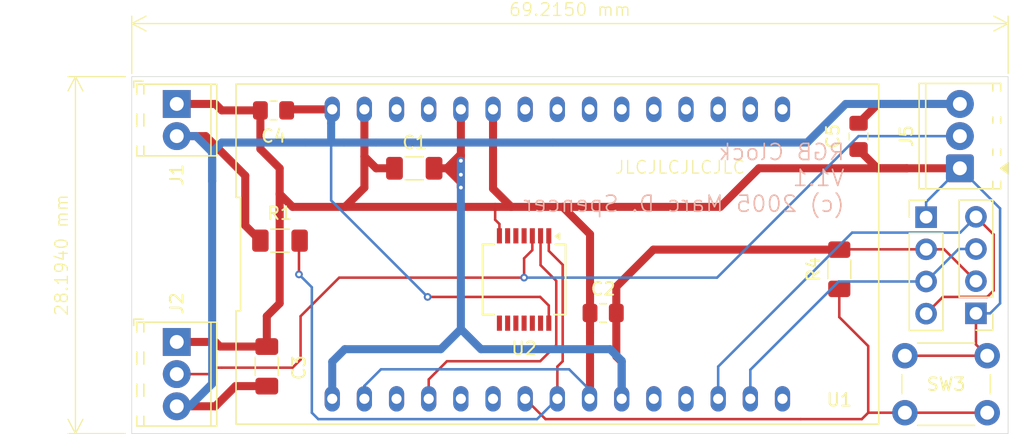
<source format=kicad_pcb>
(kicad_pcb (version 20241229) (generator "pcbnew") (generator_version "9.0")
  (layers (0 "F.Cu" signal) (2 "B.Cu" signal) (13 "F.Paste" user) (15 "B.Paste" user) (5 "F.SilkS" user "F.Silkscreen") (7 "B.SilkS" user "B.Silkscreen") (1 "F.Mask" user) (3 "B.Mask" user) (25 "Edge.Cuts" user))
  (net 0 "")
  (net 1 "GND")
  (net 2 "VCC")
  (net 3 "Net-(J2-Pin_2)")
  (net 4 "Net-(A1-D5)")
  (net 5 "+3V3")
  (net 6 "/~{CFG}")
  (net 7 "Net-(A1-RX)")
  (net 19 "Net-(A1-D2)")
  (net 22 "Net-(A1-D1)")
  (footprint "Capacitor_SMD:C_0805_2012Metric_Pad1.18x1.45mm_HandSolder" (layer "F.Cu") (at 115.824 60.9815 -90)
    (property "Reference" "C5" (at 0 2.032 90) (layer "F.SilkS"))
    (property "Value" "X7R 100nF 25V")
    (fp_line (start -0.261252 0.735) (end 0.261252 0.735) (stroke (width 0.12)) (layer "F.SilkS"))
    (fp_line (start -0.261252 -0.735) (end 0.261252 -0.735) (stroke (width 0.12)) (layer "F.SilkS"))
    (pad "1" smd roundrect (at -1.0375 0 270) (size 1.175 1.45) (layers "F.Cu" "F.Mask" "F.Paste") (roundrect_rratio 0.212766) (net 2 "VCC"))
    (pad "2" smd roundrect (at 1.0375 0 270) (size 1.175 1.45) (layers "F.Cu" "F.Mask" "F.Paste") (roundrect_rratio 0.212766) (net 1 "GND"))
  )
  (footprint "Capacitor_SMD:C_1206_3216Metric_Pad1.33x1.80mm_HandSolder" (layer "F.Cu") (at 69.088 79.1425 90)
    (property "Reference" "C3" (at -0.1055 2.54 90) (layer "F.SilkS"))
    (property "Value" "X7R 1.0uF 25V")
    (fp_line (start -0.711252 -0.91) (end 0.711252 -0.91) (stroke (width 0.12)) (layer "F.SilkS"))
    (fp_line (start -0.711252 0.91) (end 0.711252 0.91) (stroke (width 0.12)) (layer "F.SilkS"))
    (pad "1" smd roundrect (at -1.5625 0 90) (size 1.325 1.8) (layers "F.Cu" "F.Mask" "F.Paste") (roundrect_rratio 0.188679) (net 2 "VCC"))
    (pad "2" smd roundrect (at 1.5625 0 90) (size 1.325 1.8) (layers "F.Cu" "F.Mask" "F.Paste") (roundrect_rratio 0.188679) (net 1 "GND"))
  )
  (footprint "Capacitor_SMD:C_1206_3216Metric_Pad1.33x1.80mm_HandSolder" (layer "F.Cu") (at 80.7335 63.5 180)
    (property "Reference" "C1" (at -0.0385 2.032 180) (layer "F.SilkS"))
    (property "Value" "X7R 1.0uF 25V")
    (fp_line (start -0.711252 0.91) (end 0.711252 0.91) (stroke (width 0.12)) (layer "F.SilkS"))
    (fp_line (start -0.711252 -0.91) (end 0.711252 -0.91) (stroke (width 0.12)) (layer "F.SilkS"))
    (pad "1" smd roundrect (at -1.5625 0 180) (size 1.325 1.8) (layers "F.Cu" "F.Mask" "F.Paste") (roundrect_rratio 0.188679) (net 5 "+3V3"))
    (pad "2" smd roundrect (at 1.5625 0 180) (size 1.325 1.8) (layers "F.Cu" "F.Mask" "F.Paste") (roundrect_rratio 0.188679) (net 1 "GND"))
  )
  (footprint "TerminalBlock_Phoenix:TerminalBlock_Phoenix_MPT-0,5-2-2.54_1x02_P2.54mm_Horizontal" (layer "F.Cu") (at 61.976 58.42 -90)
    (property "Reference" "J1" (at 5.588 0 90) (layer "F.SilkS"))
    (property "Value" "Power")
    (fp_line (start -1.8 3.4) (end -1.3 3.4) (stroke (width 0.12)) (layer "F.SilkS"))
    (fp_line (start -1.56 3.16) (end -0.79 3.16) (stroke (width 0.12)) (layer "F.SilkS"))
    (fp_line (start 0.79 3.16) (end 1.75 3.16) (stroke (width 0.12)) (layer "F.SilkS"))
    (fp_line (start 3.33 3.16) (end 4.1 3.16) (stroke (width 0.12)) (layer "F.SilkS"))
    (fp_line (start -1.8 2.66) (end -1.8 3.4) (stroke (width 0.12)) (layer "F.SilkS"))
    (fp_line (start -1.56 2.6) (end -0.79 2.6) (stroke (width 0.12)) (layer "F.SilkS"))
    (fp_line (start 0.79 2.6) (end 1.75 2.6) (stroke (width 0.12)) (layer "F.SilkS"))
    (fp_line (start 3.33 2.6) (end 4.1 2.6) (stroke (width 0.12)) (layer "F.SilkS"))
    (fp_line (start -1.56 -2.7) (end 4.1 -2.7) (stroke (width 0.12)) (layer "F.SilkS"))
    (fp_line (start -1.56 -3.16) (end -1.56 3.16) (stroke (width 0.12)) (layer "F.SilkS"))
    (fp_line (start -1.56 -3.16) (end 4.1 -3.16) (stroke (width 0.12)) (layer "F.SilkS"))
    (fp_line (start 4.1 -3.16) (end 4.1 3.16) (stroke (width 0.12)) (layer "F.SilkS"))
    (pad "" np_thru_hole circle (at 0 2.54 270) (size 1.1 1.1) (drill 1.1) (layers "*.Cu" "*.Mask"))
    (pad "" np_thru_hole circle (at 2.54 2.54 270) (size 1.1 1.1) (drill 1.1) (layers "*.Cu" "*.Mask"))
    (pad "1" thru_hole rect (at 0 0 270) (size 2.2 2.2) (drill 1.1) (layers "*.Cu" "*.Mask") (net 1 "GND"))
    (pad "2" thru_hole circle (at 2.54 0 270) (size 2.2 2.2) (drill 1.1) (layers "*.Cu" "*.Mask") (net 2 "VCC"))
  )
  (footprint "Resistor_SMD:R_1206_3216Metric_Pad1.30x1.75mm_HandSolder" (layer "F.Cu") (at 70.13 69.215)
    (property "Reference" "R1" (at -0.026 -2.159 180) (layer "F.SilkS"))
    (property "Value" "10K")
    (fp_line (start -0.727064 -0.91) (end 0.727064 -0.91) (stroke (width 0.12)) (layer "F.SilkS"))
    (fp_line (start -0.727064 0.91) (end 0.727064 0.91) (stroke (width 0.12)) (layer "F.SilkS"))
    (pad "1" smd roundrect (at -1.55 0) (size 1.3 1.75) (layers "F.Cu" "F.Mask" "F.Paste") (roundrect_rratio 0.192308) (net 2 "VCC"))
    (pad "2" smd roundrect (at 1.55 0) (size 1.3 1.75) (layers "F.Cu" "F.Mask" "F.Paste") (roundrect_rratio 0.192308) (net 4 "Net-(A1-D5)"))
  )
  (footprint "Connector_PinHeader_2.54mm:PinHeader_1x04_P2.54mm_Vertical" (layer "F.Cu") (at 125.095 74.9554 180)
    (property "Reference" "J3" (hide yes))
    (property "Value" "Disp")
    (fp_line (start 1.33 1.27) (end 1.33 8.95) (stroke (width 0.12)) (layer "F.SilkS"))
    (fp_line (start -1.33 8.95) (end 1.33 8.95) (stroke (width 0.12)) (layer "F.SilkS"))
    (fp_line (start -1.33 1.27) (end 1.33 1.27) (stroke (width 0.12)) (layer "F.SilkS"))
    (fp_line (start -1.33 1.27) (end -1.33 8.95) (stroke (width 0.12)) (layer "F.SilkS"))
    (fp_line (start -1.33 0) (end -1.33 -1.33) (stroke (width 0.12)) (layer "F.SilkS"))
    (fp_line (start -1.33 -1.33) (end 0 -1.33) (stroke (width 0.12)) (layer "F.SilkS"))
    (pad "1" thru_hole rect (at 0 0 180) (size 1.7 1.7) (drill 1) (layers "*.Cu" "*.Mask") (net 1 "GND"))
    (pad "2" thru_hole oval (at 0 2.54 180) (size 1.7 1.7) (drill 1) (layers "*.Cu" "*.Mask") (net 5 "+3V3"))
    (pad "3" thru_hole oval (at 0 5.08 180) (size 1.7 1.7) (drill 1) (layers "*.Cu" "*.Mask") (net 22 "Net-(A1-D1)"))
    (pad "4" thru_hole oval (at 0 7.62 180) (size 1.7 1.7) (drill 1) (layers "*.Cu" "*.Mask") (net 19 "Net-(A1-D2)"))
  )
  (footprint "Package_SO:SSOP-14_5.3x6.2mm_P0.65mm" (layer "F.Cu") (at 89.408 72.284 -90)
    (property "Reference" "U2" (at 5.44 0 180) (layer "F.SilkS"))
    (property "Value" "SN74AHCT125DBR")
    (fp_line (start -2.775 3.275) (end 2.775 3.275) (stroke (width 0.15)) (layer "F.SilkS"))
    (fp_line (start -2.775 3.275) (end -2.775 2.375) (stroke (width 0.15)) (layer "F.SilkS"))
    (fp_line (start 2.775 3.275) (end 2.775 2.375) (stroke (width 0.15)) (layer "F.SilkS"))
    (fp_line (start -2.775 -3.275) (end -2.775 -2.475) (stroke (width 0.15)) (layer "F.SilkS"))
    (fp_line (start -2.775 -3.275) (end 2.775 -3.275) (stroke (width 0.15)) (layer "F.SilkS"))
    (fp_line (start 2.775 -3.275) (end 2.775 -2.375) (stroke (width 0.15)) (layer "F.SilkS"))
    (fp_poly (pts (xy -3.4125 -2.475) (xy -3.6525 -2.805) (xy -3.1725 -2.805) (xy -3.4125 -2.475)) (stroke (width 0.12)) (fill yes) (layer "F.SilkS"))
    (pad "1" smd rect (at -3.45 -1.95 270) (size 1.2 0.4) (layers "F.Cu" "F.Mask" "F.Paste") (net 4 "Net-(A1-D5)"))
    (pad "2" smd rect (at -3.45 -1.3 270) (size 1.2 0.4) (layers "F.Cu" "F.Mask" "F.Paste") (net 7 "Net-(A1-RX)"))
    (pad "3" smd rect (at -3.45 -0.65 270) (size 1.2 0.4) (layers "F.Cu" "F.Mask" "F.Paste") (net 3 "Net-(J2-Pin_2)"))
    (pad "4" smd rect (at -3.45 0 270) (size 1.2 0.4) (layers "F.Cu" "F.Mask" "F.Paste"))
    (pad "5" smd rect (at -3.45 0.65 270) (size 1.2 0.4) (layers "F.Cu" "F.Mask" "F.Paste"))
    (pad "6" smd rect (at -3.45 1.3 270) (size 1.2 0.4) (layers "F.Cu" "F.Mask" "F.Paste"))
    (pad "7" smd rect (at -3.45 1.95 270) (size 1.2 0.4) (layers "F.Cu" "F.Mask" "F.Paste") (net 1 "GND"))
    (pad "8" smd rect (at 3.45 1.95 270) (size 1.2 0.4) (layers "F.Cu" "F.Mask" "F.Paste"))
    (pad "9" smd rect (at 3.45 1.3 270) (size 1.2 0.4) (layers "F.Cu" "F.Mask" "F.Paste"))
    (pad "10" smd rect (at 3.45 0.65 270) (size 1.2 0.4) (layers "F.Cu" "F.Mask" "F.Paste"))
    (pad "11" smd rect (at 3.45 0 270) (size 1.2 0.4) (layers "F.Cu" "F.Mask" "F.Paste"))
    (pad "12" smd rect (at 3.45 -0.65 270) (size 1.2 0.4) (layers "F.Cu" "F.Mask" "F.Paste"))
    (pad "13" smd rect (at 3.45 -1.3 270) (size 1.2 0.4) (layers "F.Cu" "F.Mask" "F.Paste"))
    (pad "14" smd rect (at 3.45 -1.95 270) (size 1.2 0.4) (layers "F.Cu" "F.Mask" "F.Paste") (net 2 "VCC"))
  )
  (footprint "TerminalBlock_Phoenix:TerminalBlock_Phoenix_MPT-0,5-3-2.54_1x03_P2.54mm_Horizontal" (layer "F.Cu") (at 123.825 63.5 90)
    (property "Reference" "J5" (at 2.54 -4.22 90) (layer "F.SilkS"))
    (property "Value" "LEDs")
    (fp_line (start 6.7 -3.22) (end 6.7 3.22) (stroke (width 0.12)) (layer "F.SilkS"))
    (fp_line (start -1.62 -3.22) (end 6.7 -3.22) (stroke (width 0.12)) (layer "F.SilkS"))
    (fp_line (start -1.62 -3.22) (end -1.62 3.22) (stroke (width 0.12)) (layer "F.SilkS"))
    (fp_line (start -1.62 -2.7) (end 6.7 -2.7) (stroke (width 0.12)) (layer "F.SilkS"))
    (fp_line (start 6.11 2.6) (end 6.7 2.6) (stroke (width 0.12)) (layer "F.SilkS"))
    (fp_line (start 3.57 2.6) (end 4.05 2.6) (stroke (width 0.12)) (layer "F.SilkS"))
    (fp_line (start 1.03 2.6) (end 1.51 2.6) (stroke (width 0.12)) (layer "F.SilkS"))
    (fp_line (start -1.62 2.6) (end -1.03 2.6) (stroke (width 0.12)) (layer "F.SilkS"))
    (fp_line (start 6.11 3.22) (end 6.7 3.22) (stroke (width 0.12)) (layer "F.SilkS"))
    (fp_line (start 3.57 3.22) (end 4.05 3.22) (stroke (width 0.12)) (layer "F.SilkS"))
    (fp_line (start 1.03 3.22) (end 1.51 3.22) (stroke (width 0.12)) (layer "F.SilkS"))
    (fp_line (start -1.62 3.22) (end -1.03 3.22) (stroke (width 0.12)) (layer "F.SilkS"))
    (fp_poly (pts (xy 0 3.22) (xy 0.44 3.83) (xy -0.44 3.83) (xy 0 3.22)) (stroke (width 0.12)) (fill yes) (layer "F.SilkS"))
    (pad "" np_thru_hole circle (at 0 2.54 90) (size 1.1 1.1) (drill 1.1) (layers "*.Cu" "*.Mask"))
    (pad "" np_thru_hole circle (at 2.54 2.54 90) (size 1.1 1.1) (drill 1.1) (layers "*.Cu" "*.Mask"))
    (pad "" np_thru_hole circle (at 5.08 2.54 90) (size 1.1 1.1) (drill 1.1) (layers "*.Cu" "*.Mask"))
    (pad "1" thru_hole roundrect (at 0 0 90) (size 2.2 2.2) (drill 1.1) (layers "*.Cu" "*.Mask") (roundrect_rratio 0.113636) (net 1 "GND"))
    (pad "2" thru_hole circle (at 2.54 0 90) (size 2.2 2.2) (drill 1.1) (layers "*.Cu" "*.Mask") (net 3 "Net-(J2-Pin_2)"))
    (pad "3" thru_hole circle (at 5.08 0 90) (size 2.2 2.2) (drill 1.1) (layers "*.Cu" "*.Mask") (net 2 "VCC"))
  )
  (footprint "Capacitor_SMD:C_0805_2012Metric_Pad1.18x1.45mm_HandSolder" (layer "F.Cu") (at 95.6525 74.93 180)
    (property "Reference" "C2" (at 0 1.905 180) (layer "F.SilkS"))
    (property "Value" "X7R 100nF 25V")
    (fp_line (start -0.261252 0.735) (end 0.261252 0.735) (stroke (width 0.12)) (layer "F.SilkS"))
    (fp_line (start -0.261252 -0.735) (end 0.261252 -0.735) (stroke (width 0.12)) (layer "F.SilkS"))
    (pad "1" smd roundrect (at -1.0375 0 180) (size 1.175 1.45) (layers "F.Cu" "F.Mask" "F.Paste") (roundrect_rratio 0.212766) (net 5 "+3V3"))
    (pad "2" smd roundrect (at 1.0375 0 180) (size 1.175 1.45) (layers "F.Cu" "F.Mask" "F.Paste") (roundrect_rratio 0.212766) (net 1 "GND"))
  )
  (footprint "Module:NodeMCU" (layer "F.Cu") (at 92.035 70.277)
    (property "Reference" "A1" (hide yes))
    (property "Value" "NodeMCU_ESP12E_Module" (hide yes))
    (fp_line (start -25.38 -13.43) (end -25.38 -4.476666) (stroke (width 0.12)) (layer "F.SilkS"))
    (fp_line (start -25.38 -4.476666) (end -25.02 -4.476666) (stroke (width 0.12)) (layer "F.SilkS"))
    (fp_line (start -25.38 4.476666) (end -25.38 13.429999) (stroke (width 0.12)) (layer "F.SilkS"))
    (fp_line (start -25.38 13.429999) (end 25.38 13.43) (stroke (width 0.12)) (layer "F.SilkS"))
    (fp_line (start -25.02 -4.476666) (end -25.02 4.476666) (stroke (width 0.12)) (layer "F.SilkS"))
    (fp_line (start -25.02 4.476666) (end -25.38 4.476666) (stroke (width 0.12)) (layer "F.SilkS"))
    (fp_line (start 25.38 -13.429999) (end -25.38 -13.43) (stroke (width 0.12)) (layer "F.SilkS"))
    (fp_line (start 25.38 13.43) (end 25.38 -13.429999) (stroke (width 0.12)) (layer "F.SilkS"))
    (pad "1" thru_hole oval (at -17.78 11.43) (size 1.2 2) (drill 0.8) (layers "*.Cu" "*.Mask") (net 5 "+3V3"))
    (pad "2" thru_hole oval (at -15.24 11.43) (size 1.2 2) (drill 0.8) (layers "*.Cu" "*.Mask") (net 1 "GND"))
    (pad "3" thru_hole oval (at -12.7 11.43) (size 1.2 2) (drill 0.8) (layers "*.Cu" "*.Mask"))
    (pad "4" thru_hole oval (at -10.16 11.43) (size 1.2 2) (drill 0.8) (layers "*.Cu" "*.Mask") (net 7 "Net-(A1-RX)"))
    (pad "5" thru_hole oval (at -7.62 11.43) (size 1.2 2) (drill 0.8) (layers "*.Cu" "*.Mask"))
    (pad "6" thru_hole oval (at -5.08 11.43) (size 1.2 2) (drill 0.8) (layers "*.Cu" "*.Mask"))
    (pad "7" thru_hole oval (at -2.54 11.43) (size 1.2 2) (drill 0.8) (layers "*.Cu" "*.Mask") (net 6 "/~{CFG}"))
    (pad "8" thru_hole oval (at 0 11.43) (size 1.2 2) (drill 0.8) (layers "*.Cu" "*.Mask") (net 4 "Net-(A1-D5)"))
    (pad "9" thru_hole oval (at 2.54 11.43) (size 1.2 2) (drill 0.8) (layers "*.Cu" "*.Mask") (net 1 "GND"))
    (pad "10" thru_hole oval (at 5.08 11.43) (size 1.2 2) (drill 0.8) (layers "*.Cu" "*.Mask") (net 5 "+3V3"))
    (pad "11" thru_hole oval (at 7.62 11.43) (size 1.2 2) (drill 0.8) (layers "*.Cu" "*.Mask"))
    (pad "12" thru_hole oval (at 10.16 11.43) (size 1.2 2) (drill 0.8) (layers "*.Cu" "*.Mask"))
    (pad "13" thru_hole oval (at 12.7 11.43) (size 1.2 2) (drill 0.8) (layers "*.Cu" "*.Mask") (net 19 "Net-(A1-D2)"))
    (pad "14" thru_hole oval (at 15.24 11.43) (size 1.2 2) (drill 0.8) (layers "*.Cu" "*.Mask") (net 22 "Net-(A1-D1)"))
    (pad "15" thru_hole oval (at 17.78 11.43) (size 1.2 2) (drill 0.8) (layers "*.Cu" "*.Mask"))
    (pad "16" thru_hole oval (at 17.78 -11.43) (size 1.2 2) (drill 0.8) (layers "*.Cu" "*.Mask"))
    (pad "17" thru_hole oval (at 15.24 -11.43) (size 1.2 2) (drill 0.8) (layers "*.Cu" "*.Mask"))
    (pad "18" thru_hole oval (at 12.7 -11.43) (size 1.2 2) (drill 0.8) (layers "*.Cu" "*.Mask"))
    (pad "19" thru_hole oval (at 10.16 -11.43) (size 1.2 2) (drill 0.8) (layers "*.Cu" "*.Mask"))
    (pad "20" thru_hole oval (at 7.62 -11.43) (size 1.2 2) (drill 0.8) (layers "*.Cu" "*.Mask"))
    (pad "21" thru_hole oval (at 5.08 -11.43) (size 1.2 2) (drill 0.8) (layers "*.Cu" "*.Mask"))
    (pad "22" thru_hole oval (at 2.54 -11.43) (size 1.2 2) (drill 0.8) (layers "*.Cu" "*.Mask"))
    (pad "23" thru_hole oval (at 0 -11.43) (size 1.2 2) (drill 0.8) (layers "*.Cu" "*.Mask"))
    (pad "24" thru_hole oval (at -2.54 -11.43) (size 1.2 2) (drill 0.8) (layers "*.Cu" "*.Mask"))
    (pad "25" thru_hole oval (at -5.08 -11.43) (size 1.2 2) (drill 0.8) (layers "*.Cu" "*.Mask") (net 1 "GND"))
    (pad "26" thru_hole oval (at -7.62 -11.43) (size 1.2 2) (drill 0.8) (layers "*.Cu" "*.Mask") (net 5 "+3V3"))
    (pad "27" thru_hole oval (at -10.16 -11.43) (size 1.2 2) (drill 0.8) (layers "*.Cu" "*.Mask"))
    (pad "28" thru_hole oval (at -12.7 -11.43) (size 1.2 2) (drill 0.8) (layers "*.Cu" "*.Mask"))
    (pad "29" thru_hole oval (at -15.24 -11.43) (size 1.2 2) (drill 0.8) (layers "*.Cu" "*.Mask") (net 1 "GND"))
    (pad "30" thru_hole oval (at -17.78 -11.43) (size 1.2 2) (drill 0.8) (layers "*.Cu" "*.Mask") (net 2 "VCC"))
  )
  (footprint "Connector_PinHeader_2.54mm:PinHeader_1x04_P2.54mm_Vertical" (layer "F.Cu") (at 121.158 67.3608)
    (property "Reference" "U1" (at -6.858 14.4272 0) (layer "F.SilkS"))
    (property "Value" "SSD1306_128x32" (hide yes))
    (fp_line (start -1.33 -1.33) (end 0 -1.33) (stroke (width 0.12)) (layer "F.SilkS"))
    (fp_line (start -1.33 0) (end -1.33 -1.33) (stroke (width 0.12)) (layer "F.SilkS"))
    (fp_line (start -1.33 1.27) (end -1.33 8.95) (stroke (width 0.12)) (layer "F.SilkS"))
    (fp_line (start -1.33 1.27) (end 1.33 1.27) (stroke (width 0.12)) (layer "F.SilkS"))
    (fp_line (start -1.33 8.95) (end 1.33 8.95) (stroke (width 0.12)) (layer "F.SilkS"))
    (fp_line (start 1.33 1.27) (end 1.33 8.95) (stroke (width 0.12)) (layer "F.SilkS"))
    (pad "1" thru_hole rect (at 0 0) (size 1.7 1.7) (drill 1) (layers "*.Cu" "*.Mask") (net 1 "GND"))
    (pad "2" thru_hole oval (at 0 2.54) (size 1.7 1.7) (drill 1) (layers "*.Cu" "*.Mask") (net 5 "+3V3"))
    (pad "3" thru_hole oval (at 0 5.08) (size 1.7 1.7) (drill 1) (layers "*.Cu" "*.Mask") (net 22 "Net-(A1-D1)"))
    (pad "4" thru_hole oval (at 0 7.62) (size 1.7 1.7) (drill 1) (layers "*.Cu" "*.Mask") (net 19 "Net-(A1-D2)"))
  )
  (footprint "Button_Switch_THT:SW_PUSH_6mm_H4.3mm" (layer "F.Cu") (at 125.984 82.804 180)
    (property "Reference" "SW3" (at 3.25 2.25 0) (layer "F.SilkS"))
    (property "Value" "SW_Push" (hide yes))
    (fp_line (start 6.75 3) (end 6.75 1.5) (stroke (width 0.12)) (layer "F.SilkS"))
    (fp_line (start 5.5 -1) (end 1 -1) (stroke (width 0.12)) (layer "F.SilkS"))
    (fp_line (start 1 5.5) (end 5.5 5.5) (stroke (width 0.12)) (layer "F.SilkS"))
    (fp_line (start -0.25 1.5) (end -0.25 3) (stroke (width 0.12)) (layer "F.SilkS"))
    (pad "1" thru_hole circle (at 0 0 270) (size 2 2) (drill 1.1) (layers "*.Cu" "*.Mask") (net 6 "/~{CFG}"))
    (pad "1" thru_hole circle (at 6.5 0 270) (size 2 2) (drill 1.1) (layers "*.Cu" "*.Mask") (net 6 "/~{CFG}"))
    (pad "2" thru_hole circle (at 0 4.5 270) (size 2 2) (drill 1.1) (layers "*.Cu" "*.Mask") (net 1 "GND"))
    (pad "2" thru_hole circle (at 6.5 4.5 270) (size 2 2) (drill 1.1) (layers "*.Cu" "*.Mask") (net 1 "GND"))
  )
  (footprint "Capacitor_SMD:C_0805_2012Metric_Pad1.18x1.45mm_HandSolder" (layer "F.Cu") (at 69.6175 58.928 180)
    (property "Reference" "C4" (at 0 -2.032 180) (layer "F.SilkS"))
    (property "Value" "X7R 100nF 25V")
    (fp_line (start -0.261252 0.735) (end 0.261252 0.735) (stroke (width 0.12)) (layer "F.SilkS"))
    (fp_line (start -0.261252 -0.735) (end 0.261252 -0.735) (stroke (width 0.12)) (layer "F.SilkS"))
    (pad "1" smd roundrect (at -1.0375 0 180) (size 1.175 1.45) (layers "F.Cu" "F.Mask" "F.Paste") (roundrect_rratio 0.212766) (net 2 "VCC"))
    (pad "2" smd roundrect (at 1.0375 0 180) (size 1.175 1.45) (layers "F.Cu" "F.Mask" "F.Paste") (roundrect_rratio 0.212766) (net 1 "GND"))
  )
  (footprint "Resistor_SMD:R_1206_3216Metric_Pad1.30x1.75mm_HandSolder" (layer "F.Cu") (at 114.3 71.475 -90)
    (property "Reference" "R4" (at 0 2.032 90) (layer "F.SilkS"))
    (property "Value" "10K")
    (fp_line (start -0.727064 0.91) (end 0.727064 0.91) (stroke (width 0.12)) (layer "F.SilkS"))
    (fp_line (start -0.727064 -0.91) (end 0.727064 -0.91) (stroke (width 0.12)) (layer "F.SilkS"))
    (pad "1" smd roundrect (at -1.55 0 270) (size 1.3 1.75) (layers "F.Cu" "F.Mask" "F.Paste") (roundrect_rratio 0.192308) (net 5 "+3V3"))
    (pad "2" smd roundrect (at 1.55 0 270) (size 1.3 1.75) (layers "F.Cu" "F.Mask" "F.Paste") (roundrect_rratio 0.192308) (net 6 "/~{CFG}"))
  )
  (footprint "TerminalBlock_Phoenix:TerminalBlock_Phoenix_MPT-0,5-3-2.54_1x03_P2.54mm_Horizontal" (layer "F.Cu") (at 61.976 77.216 -90)
    (property "Reference" "J2" (at -3.048 0 90) (layer "F.SilkS"))
    (property "Value" "LEDs")
    (fp_line (start -1.8 3.4) (end -1.3 3.4) (stroke (width 0.12)) (layer "F.SilkS"))
    (fp_line (start -1.56 3.16) (end -0.79 3.16) (stroke (width 0.12)) (layer "F.SilkS"))
    (fp_line (start 0.79 3.16) (end 1.75 3.16) (stroke (width 0.12)) (layer "F.SilkS"))
    (fp_line (start 3.33 3.16) (end 4.29 3.16) (stroke (width 0.12)) (layer "F.SilkS"))
    (fp_line (start 5.87 3.16) (end 6.64 3.16) (stroke (width 0.12)) (layer "F.SilkS"))
    (fp_line (start -1.8 2.66) (end -1.8 3.4) (stroke (width 0.12)) (layer "F.SilkS"))
    (fp_line (start -1.56 2.6) (end -0.79 2.6) (stroke (width 0.12)) (layer "F.SilkS"))
    (fp_line (start 0.79 2.6) (end 1.75 2.6) (stroke (width 0.12)) (layer "F.SilkS"))
    (fp_line (start 3.33 2.6) (end 4.29 2.6) (stroke (width 0.12)) (layer "F.SilkS"))
    (fp_line (start 5.87 2.6) (end 6.64 2.6) (stroke (width 0.12)) (layer "F.SilkS"))
    (fp_line (start -1.56 -2.7) (end 6.64 -2.7) (stroke (width 0.12)) (layer "F.SilkS"))
    (fp_line (start -1.56 -3.16) (end -1.56 3.16) (stroke (width 0.12)) (layer "F.SilkS"))
    (fp_line (start -1.56 -3.16) (end 6.64 -3.16) (stroke (width 0.12)) (layer "F.SilkS"))
    (fp_line (start 6.64 -3.16) (end 6.64 3.16) (stroke (width 0.12)) (layer "F.SilkS"))
    (pad "" np_thru_hole circle (at 0 2.54 270) (size 1.1 1.1) (drill 1.1) (layers "*.Cu" "*.Mask"))
    (pad "" np_thru_hole circle (at 2.54 2.54 270) (size 1.1 1.1) (drill 1.1) (layers "*.Cu" "*.Mask"))
    (pad "" np_thru_hole circle (at 5.08 2.54 270) (size 1.1 1.1) (drill 1.1) (layers "*.Cu" "*.Mask"))
    (pad "1" thru_hole rect (at 0 0 270) (size 2.2 2.2) (drill 1.1) (layers "*.Cu" "*.Mask") (net 1 "GND"))
    (pad "2" thru_hole circle (at 2.54 0 270) (size 2.2 2.2) (drill 1.1) (layers "*.Cu" "*.Mask") (net 3 "Net-(J2-Pin_2)"))
    (pad "3" thru_hole circle (at 5.08 0 270) (size 2.2 2.2) (drill 1.1) (layers "*.Cu" "*.Mask") (net 2 "VCC"))
  )
  (gr_rect (start 58.42 56.261) (end 127.635 84.455) (stroke (width 0.05)) (fill no) (layer "Edge.Cuts"))
  (gr_text "JLCJLCJLCJLC" (at 96.52 64.008 0) (layer "F.SilkS") (effects (font (size 1 1) (thickness 0.1)) (justify left bottom)))
  (gr_text "RGB Clock\nV1.1\n(c) 2005 Marc D. Spencer" (at 114.808 67.056 0) (layer "B.SilkS") (effects (font (size 1.27 1.27) (thickness 0.127)) (justify left bottom mirror)))
  (dimension (type aligned) (layer "F.SilkS") (pts (xy 58.42 56.261) (xy 58.42 84.455)) (height 4.445) (format (prefix "") (suffix "") (units 3) (units_format 1) (precision 4)) (style (thickness 0.1) (arrow_length 1.27) (text_position_mode 0) (arrow_direction outward) (extension_height 0.58642) (extension_offset 0.5) (keep_text_aligned yes)) (gr_text "1.1100 in" (at 52.875 70.358 90) (layer "F.SilkS") (effects (font (size 1 1) (thickness 0.1)))))
  (dimension (type aligned) (layer "F.SilkS") (pts (xy 58.42 56.515) (xy 127.635 56.515)) (height -4.445) (format (prefix "") (suffix "") (units 3) (units_format 1) (precision 4)) (style (thickness 0.1) (arrow_length 1.27) (text_position_mode 0) (arrow_direction outward) (extension_height 0.58642) (extension_offset 0.5) (keep_text_aligned yes)) (gr_text "2.7250 in" (at 93.0275 50.97 0) (layer "F.SilkS") (effects (font (size 1 1) (thickness 0.1)))))
  (segment (start 94.615 76.454) (end 94.615 74.93) (width 0.635) (layer "F.Cu") (net 1))
  (segment (start 75.271 66.548) (end 76.795 65.024) (width 0.635) (layer "F.Cu") (net 1))
  (segment (start 76.795 62.571) (end 76.795 58.847) (width 0.635) (layer "F.Cu") (net 1))
  (segment (start 87.122 66.548) (end 88.392 66.548) (width 0.635) (layer "F.Cu") (net 1))
  (segment (start 125.095 74.9554) (end 125.095 77.415) (width 0.2) (layer "F.Cu") (net 1))
  (segment (start 87.458 68.834) (end 87.458 67.9) (width 0.2) (layer "F.Cu") (net 1))
  (segment (start 87.122 67.564) (end 87.122 66.548) (width 0.2) (layer "F.Cu") (net 1))
  (segment (start 125.984 78.304) (end 119.484 78.304) (width 0.2) (layer "F.Cu") (net 1))
  (segment (start 75.184 66.548) (end 75.271 66.548) (width 0.635) (layer "F.Cu") (net 1))
  (segment (start 62.484 58.928) (end 61.976 58.42) (width 0.635) (layer "F.Cu") (net 1))
  (segment (start 86.955 65.111) (end 88.392 66.548) (width 0.635) (layer "F.Cu") (net 1))
  (segment (start 65.024 58.42) (end 61.976 58.42) (width 0.635) (layer "F.Cu") (net 1))
  (segment (start 104.902 66.548) (end 107.95 63.5) (width 0.635) (layer "F.Cu") (net 1))
  (segment (start 92.456 66.548) (end 104.902 66.548) (width 0.635) (layer "F.Cu") (net 1))
  (segment (start 87.458 67.9) (end 87.122 67.564) (width 0.2) (layer "F.Cu") (net 1))
  (segment (start 68.58 58.928) (end 68.58 61.976) (width 0.635) (layer "F.Cu") (net 1))
  (segment (start 94.615 68.707) (end 92.456 66.548) (width 0.635) (layer "F.Cu") (net 1))
  (segment (start 75.184 66.548) (end 87.122 66.548) (width 0.635) (layer "F.Cu") (net 1))
  (segment (start 71.12 66.548) (end 75.184 66.548) (width 0.635) (layer "F.Cu") (net 1))
  (segment (start 70.104 65.532) (end 70.104 74.168) (width 0.635) (layer "F.Cu") (net 1))
  (segment (start 119.634 63.5) (end 117.305 63.5) (width 0.635) (layer "F.Cu") (net 1))
  (segment (start 94.615 68.707) (end 94.615 74.93) (width 0.635) (layer "F.Cu") (net 1))
  (segment (start 65.532 58.928) (end 68.58 58.928) (width 0.635) (layer "F.Cu") (net 1))
  (segment (start 125.095 77.415) (end 125.984 78.304) (width 0.2) (layer "F.Cu") (net 1))
  (segment (start 86.955 58.847) (end 86.955 65.111) (width 0.635) (layer "F.Cu") (net 1))
  (segment (start 107.95 63.5) (end 119.634 63.5) (width 0.635) (layer "F.Cu") (net 1))
  (segment (start 77.724 63.5) (end 79.171 63.5) (width 0.635) (layer "F.Cu") (net 1))
  (segment (start 88.392 66.548) (end 92.456 66.548) (width 0.635) (layer "F.Cu") (net 1))
  (segment (start 65.024 58.42) (end 65.532 58.928) (width 0.635) (layer "F.Cu") (net 1))
  (segment (start 65.388 77.58) (end 65.024 77.216) (width 0.635) (layer "F.Cu") (net 1))
  (segment (start 117.305 63.5) (end 115.824 62.019) (width 0.635) (layer "F.Cu") (net 1))
  (segment (start 76.795 65.024) (end 76.795 62.571) (width 0.635) (layer "F.Cu") (net 1))
  (segment (start 68.58 61.976) (end 70.104 63.5) (width 0.635) (layer "F.Cu") (net 1))
  (segment (start 94.615 81.667) (end 94.615 76.454) (width 0.635) (layer "F.Cu") (net 1))
  (segment (start 65.388 77.58) (end 69.088 77.58) (width 0.635) (layer "F.Cu") (net 1))
  (segment (start 76.795 62.571) (end 77.724 63.5) (width 0.635) (layer "F.Cu") (net 1))
  (segment (start 65.024 77.216) (end 61.976 77.216) (width 0.635) (layer "F.Cu") (net 1))
  (segment (start 69.088 75.184) (end 69.088 77.58) (width 0.635) (layer "F.Cu") (net 1))
  (segment (start 70.104 74.168) (end 69.088 75.184) (width 0.635) (layer "F.Cu") (net 1))
  (segment (start 70.104 65.532) (end 70.104 63.5) (width 0.635) (layer "F.Cu") (net 1))
  (segment (start 70.104 65.532) (end 71.12 66.548) (width 0.635) (layer "F.Cu") (net 1))
  (segment (start 119.634 63.5) (end 123.825 63.5) (width 0.635) (layer "F.Cu") (net 1))
  (segment (start 121.158 67.3608) (end 121.158 66.167) (width 0.2) (layer "B.Cu") (net 1))
  (segment (start 76.795 80.685) (end 78.105 79.375) (width 0.2) (layer "B.Cu") (net 1))
  (segment (start 127 66.675) (end 123.825 63.5) (width 0.2) (layer "B.Cu") (net 1))
  (segment (start 121.158 66.167) (end 123.825 63.5) (width 0.2) (layer "B.Cu") (net 1))
  (segment (start 127 74.168) (end 127 66.675) (width 0.2) (layer "B.Cu") (net 1))
  (segment (start 78.105 79.375) (end 92.964 79.375) (width 0.2) (layer "B.Cu") (net 1))
  (segment (start 125.095 74.9554) (end 126.2126 74.9554) (width 0.2) (layer "B.Cu") (net 1))
  (segment (start 92.964 79.375) (end 94.575 80.986) (width 0.2) (layer "B.Cu") (net 1))
  (segment (start 76.795 81.707) (end 76.795 80.685) (width 0.2) (layer "B.Cu") (net 1))
  (segment (start 126.2126 74.9554) (end 127 74.168) (width 0.2) (layer "B.Cu") (net 1))
  (segment (start 67.385 68.02) (end 67.385 64.083) (width 0.635) (layer "F.Cu") (net 2))
  (segment (start 91.358 74.34) (end 90.678 73.66) (width 0.2) (layer "F.Cu") (net 2))
  (segment (start 65.024 82.296) (end 61.976 82.296) (width 0.635) (layer "F.Cu") (net 2))
  (segment (start 119.126 58.42) (end 117.348 58.42) (width 0.635) (layer "F.Cu") (net 2))
  (segment (start 74.255 58.847) (end 70.736 58.847) (width 0.635) (layer "F.Cu") (net 2))
  (segment (start 91.358 75.734) (end 91.358 74.34) (width 0.2) (layer "F.Cu") (net 2))
  (segment (start 67.385 64.083) (end 64.262 60.96) (width 0.635) (layer "F.Cu") (net 2))
  (segment (start 90.678 73.66) (end 81.788 73.66) (width 0.2) (layer "F.Cu") (net 2))
  (segment (start 66.615 80.705) (end 65.024 82.296) (width 0.635) (layer "F.Cu") (net 2))
  (segment (start 119.126 58.42) (end 123.825 58.42) (width 0.635) (layer "F.Cu") (net 2))
  (segment (start 64.262 60.96) (end 61.976 60.96) (width 0.635) (layer "F.Cu") (net 2))
  (segment (start 117.348 58.42) (end 115.824 59.944) (width 0.635) (layer "F.Cu") (net 2))
  (segment (start 66.615 80.705) (end 69.088 80.705) (width 0.635) (layer "F.Cu") (net 2))
  (segment (start 68.58 69.215) (end 67.385 68.02) (width 0.635) (layer "F.Cu") (net 2))
  (via (at 81.788 73.66) (size 0.6) (drill 0.3) (layers "F.Cu" "B.Cu") (net 2))
  (segment (start 64.77 64.516) (end 64.77 80.518) (width 0.635) (layer "B.Cu") (net 2))
  (segment (start 74.168 59.944) (end 74.168 61.468) (width 0.635) (layer "B.Cu") (net 2))
  (segment (start 81.788 73.66) (end 74.168 66.04) (width 0.2) (layer "B.Cu") (net 2))
  (segment (start 91.694 61.468) (end 111.76 61.468) (width 0.635) (layer "B.Cu") (net 2))
  (segment (start 74.168 66.04) (end 74.168 61.468) (width 0.2) (layer "B.Cu") (net 2))
  (segment (start 75.184 61.468) (end 74.168 61.468) (width 0.635) (layer "B.Cu") (net 2))
  (segment (start 77.724 61.468) (end 75.184 61.468) (width 0.635) (layer "B.Cu") (net 2))
  (segment (start 61.976 60.96) (end 63.5 60.96) (width 0.635) (layer "B.Cu") (net 2))
  (segment (start 114.808 58.42) (end 123.825 58.42) (width 0.635) (layer "B.Cu") (net 2))
  (segment (start 111.76 61.468) (end 114.808 58.42) (width 0.635) (layer "B.Cu") (net 2))
  (segment (start 63.5 60.96) (end 64.77 62.23) (width 0.635) (layer "B.Cu") (net 2))
  (segment (start 74.168 61.468) (end 72.136 61.468) (width 0.635) (layer "B.Cu") (net 2))
  (segment (start 74.168 58.934) (end 74.168 59.944) (width 0.635) (layer "B.Cu") (net 2))
  (segment (start 77.724 61.468) (end 91.694 61.468) (width 0.635) (layer "B.Cu") (net 2))
  (segment (start 72.136 61.468) (end 65.532 61.468) (width 0.635) (layer "B.Cu") (net 2))
  (segment (start 64.77 64.516) (end 64.77 62.738) (width 0.635) (layer "B.Cu") (net 2))
  (segment (start 62.992 82.296) (end 61.976 82.296) (width 0.635) (layer "B.Cu") (net 2))
  (segment (start 64.77 64.516) (end 64.77 62.23) (width 0.635) (layer "B.Cu") (net 2))
  (segment (start 64.77 80.518) (end 62.992 82.296) (width 0.635) (layer "B.Cu") (net 2))
  (segment (start 64.77 62.23) (end 65.532 61.468) (width 0.635) (layer "B.Cu") (net 2))
  (segment (start 90.058 68.834) (end 90.058 69.962) (width 0.2) (layer "F.Cu") (net 3))
  (segment (start 71.755 78.613) (end 71.12 79.248) (width 0.2) (layer "F.Cu") (net 3))
  (segment (start 89.408 70.612) (end 90.058 69.962) (width 0.2) (layer "F.Cu") (net 3))
  (segment (start 71.755 75.184) (end 71.755 78.613) (width 0.2) (layer "F.Cu") (net 3))
  (segment (start 64.516 79.756) (end 65.024 79.248) (width 0.2) (layer "F.Cu") (net 3))
  (segment (start 74.803 72.136) (end 71.755 75.184) (width 0.2) (layer "F.Cu") (net 3))
  (segment (start 61.976 79.756) (end 62.484 79.248) (width 0.2) (layer "F.Cu") (net 3))
  (segment (start 65.024 79.248) (end 65.532 79.248) (width 0.2) (layer "F.Cu") (net 3))
  (segment (start 89.408 72.136) (end 74.803 72.136) (width 0.2) (layer "F.Cu") (net 3))
  (segment (start 89.408 72.136) (end 89.408 70.612) (width 0.2) (layer "F.Cu") (net 3))
  (segment (start 61.976 79.756) (end 64.516 79.756) (width 0.2) (layer "F.Cu") (net 3))
  (segment (start 71.12 79.248) (end 65.532 79.248) (width 0.2) (layer "F.Cu") (net 3))
  (via (at 89.408 72.136) (size 0.6) (drill 0.3) (layers "F.Cu" "B.Cu") (net 3))
  (segment (start 104.648 72.136) (end 89.408 72.136) (width 0.2) (layer "B.Cu") (net 3))
  (segment (start 123.825 60.96) (end 115.824 60.96) (width 0.2) (layer "B.Cu") (net 3))
  (segment (start 115.824 60.96) (end 104.648 72.136) (width 0.2) (layer "B.Cu") (net 3))
  (segment (start 91.358 68.834) (end 91.358 70.022) (width 0.2) (layer "F.Cu") (net 4))
  (segment (start 91.358 70.022) (end 92.456 71.12) (width 0.2) (layer "F.Cu") (net 4))
  (segment (start 71.628 69.267) (end 71.68 69.215) (width 0.2) (layer "F.Cu") (net 4))
  (segment (start 92.035 79.161) (end 92.035 81.707) (width 0.2) (layer "F.Cu") (net 4))
  (segment (start 92.456 71.12) (end 92.456 78.74) (width 0.2) (layer "F.Cu") (net 4))
  (segment (start 92.456 78.74) (end 92.035 79.161) (width 0.2) (layer "F.Cu") (net 4))
  (segment (start 71.628 71.882) (end 71.628 69.267) (width 0.2) (layer "F.Cu") (net 4))
  (via (at 71.628 71.882) (size 0.6) (drill 0.3) (layers "F.Cu" "B.Cu") (net 4))
  (segment (start 92.035 81.707) (end 90.43 83.312) (width 0.2) (layer "B.Cu") (net 4))
  (segment (start 72.644 82.804) (end 72.644 72.898) (width 0.2) (layer "B.Cu") (net 4))
  (segment (start 73.152 83.312) (end 72.644 82.804) (width 0.2) (layer "B.Cu") (net 4))
  (segment (start 90.43 83.312) (end 73.152 83.312) (width 0.2) (layer "B.Cu") (net 4))
  (segment (start 71.628 71.882) (end 72.644 72.898) (width 0.2) (layer "B.Cu") (net 4))
  (segment (start 83.82 63.5) (end 83.312 63.5) (width 0.635) (layer "F.Cu") (net 5))
  (segment (start 99.62 69.925) (end 96.69 72.855) (width 0.635) (layer "F.Cu") (net 5))
  (segment (start 121.158 69.9008) (end 114.3242 69.9008) (width 0.2) (layer "F.Cu") (net 5))
  (segment (start 114.3 69.925) (end 99.62 69.925) (width 0.635) (layer "F.Cu") (net 5))
  (segment (start 96.69 74.93) (end 96.69 78.355) (width 0.635) (layer "F.Cu") (net 5))
  (segment (start 121.158 69.9008) (end 122.5804 69.9008) (width 0.2) (layer "F.Cu") (net 5))
  (segment (start 122.5804 69.9008) (end 125.095 72.4154) (width 0.2) (layer "F.Cu") (net 5))
  (segment (start 84.415 62.905) (end 83.82 63.5) (width 0.635) (layer "F.Cu") (net 5))
  (segment (start 84.415 62.484) (end 84.328 62.484) (width 0.635) (layer "F.Cu") (net 5))
  (segment (start 84.415 58.847) (end 84.415 62.484) (width 0.635) (layer "F.Cu") (net 5))
  (segment (start 96.69 72.855) (end 96.69 74.93) (width 0.635) (layer "F.Cu") (net 5))
  (segment (start 84.415 64.603) (end 84.415 65.024) (width 0.635) (layer "F.Cu") (net 5))
  (segment (start 96.69 78.355) (end 97.115 78.78) (width 0.635) (layer "F.Cu") (net 5))
  (segment (start 83.312 63.5) (end 84.415 64.603) (width 0.635) (layer "F.Cu") (net 5))
  (segment (start 84.328 64.008) (end 83.82 63.5) (width 0.635) (layer "F.Cu") (net 5))
  (segment (start 84.415 62.484) (end 84.415 62.905) (width 0.635) (layer "F.Cu") (net 5))
  (segment (start 84.328 62.484) (end 83.312 63.5) (width 0.635) (layer "F.Cu") (net 5))
  (segment (start 97.115 81.707) (end 97.115 78.78) (width 0.635) (layer "F.Cu") (net 5))
  (segment (start 84.415 62.905) (end 84.415 65.024) (width 0.635) (layer "F.Cu") (net 5))
  (segment (start 83.312 63.5) (end 82.296 63.5) (width 0.635) (layer "F.Cu") (net 5))
  (segment (start 84.415 64.008) (end 84.328 64.008) (width 0.635) (layer "F.Cu") (net 5))
  (segment (start 114.3242 69.9008) (end 114.3 69.925) (width 0.2) (layer "F.Cu") (net 5))
  (via (at 84.415 62.905) (size 0.6) (drill 0.3) (layers "F.Cu" "B.Cu") (net 5))
  (via (at 84.415 64.008) (size 0.6) (drill 0.3) (layers "F.Cu" "B.Cu") (net 5))
  (via (at 84.415 65.024) (size 0.6) (drill 0.3) (layers "F.Cu" "B.Cu") (net 5))
  (segment (start 97.115 81.707) (end 97.115 78.7) (width 0.635) (layer "B.Cu") (net 5))
  (segment (start 84.415 76.2) (end 84.415 64.008) (width 0.635) (layer "B.Cu") (net 5))
  (segment (start 75.2475 77.7875) (end 82.8275 77.7875) (width 0.635) (layer "B.Cu") (net 5))
  (segment (start 86.0025 77.7875) (end 84.415 76.2) (width 0.635) (layer "B.Cu") (net 5))
  (segment (start 74.255 78.78) (end 75.2475 77.7875) (width 0.635) (layer "B.Cu") (net 5))
  (segment (start 97.115 78.7) (end 96.2025 77.7875) (width 0.635) (layer "B.Cu") (net 5))
  (segment (start 74.255 81.707) (end 74.255 78.78) (width 0.635) (layer "B.Cu") (net 5))
  (segment (start 86.0025 77.7875) (end 96.2025 77.7875) (width 0.635) (layer "B.Cu") (net 5))
  (segment (start 82.8275 77.7875) (end 84.415 76.2) (width 0.635) (layer "B.Cu") (net 5))
  (segment (start 84.415 63.5) (end 84.415 62.905) (width 0.635) (layer "B.Cu") (net 5))
  (segment (start 84.415 64.008) (end 84.415 63.5) (width 0.635) (layer "B.Cu") (net 5))
  (segment (start 119.484 82.804) (end 125.984 82.804) (width 0.2) (layer "F.Cu") (net 6))
  (segment (start 116.586 77.542) (end 114.3 75.256) (width 0.2) (layer "F.Cu") (net 6))
  (segment (start 114.3 75.256) (end 114.3 73.025) (width 0.2) (layer "F.Cu") (net 6))
  (segment (start 111.252 83.312) (end 116.078 83.312) (width 0.2) (layer "F.Cu") (net 6))
  (segment (start 116.586 82.804) (end 116.586 77.542) (width 0.2) (layer "F.Cu") (net 6))
  (segment (start 89.495 81.707) (end 91.1 83.312) (width 0.2) (layer "F.Cu") (net 6))
  (segment (start 116.586 82.804) (end 116.078 83.312) (width 0.2) (layer "F.Cu") (net 6))
  (segment (start 91.1 83.312) (end 111.252 83.312) (width 0.2) (layer "F.Cu") (net 6))
  (segment (start 119.484 82.804) (end 116.586 82.804) (width 0.2) (layer "F.Cu") (net 6))
  (segment (start 91.948 72.39) (end 91.948 77.47) (width 0.2) (layer "F.Cu") (net 7))
  (segment (start 90.678 78.74) (end 83.312 78.74) (width 0.2) (layer "F.Cu") (net 7))
  (segment (start 91.948 77.47) (end 90.678 78.74) (width 0.2) (layer "F.Cu") (net 7))
  (segment (start 90.708 71.15) (end 91.948 72.39) (width 0.2) (layer "F.Cu") (net 7))
  (segment (start 83.312 78.74) (end 81.875 80.177) (width 0.2) (layer "F.Cu") (net 7))
  (segment (start 81.875 80.177) (end 81.875 81.707) (width 0.2) (layer "F.Cu") (net 7))
  (segment (start 90.708 68.834) (end 90.708 71.15) (width 0.2) (layer "F.Cu") (net 7))
  (segment (start 125.095 67.3354) (end 126.492 68.7324) (width 0.2) (layer "F.Cu") (net 19))
  (segment (start 125.984 73.66) (end 122.4788 73.66) (width 0.2) (layer "F.Cu") (net 19))
  (segment (start 122.4788 73.66) (end 121.158 74.9808) (width 0.2) (layer "F.Cu") (net 19))
  (segment (start 126.492 68.7324) (end 126.492 73.152) (width 0.2) (layer "F.Cu") (net 19))
  (segment (start 126.492 73.152) (end 125.984 73.66) (width 0.2) (layer "F.Cu") (net 19))
  (segment (start 104.735 81.707) (end 104.735 79.161) (width 0.2) (layer "B.Cu") (net 19))
  (segment (start 104.735 79.161) (end 115.316 68.58) (width 0.2) (layer "B.Cu") (net 19))
  (segment (start 123.8504 68.58) (end 125.095 67.3354) (width 0.2) (layer "B.Cu") (net 19))
  (segment (start 115.316 68.58) (end 123.8504 68.58) (width 0.2) (layer "B.Cu") (net 19))
  (segment (start 123.7234 69.8754) (end 121.158 72.4408) (width 0.2) (layer "B.Cu") (net 22))
  (segment (start 125.095 69.8754) (end 123.7234 69.8754) (width 0.2) (layer "B.Cu") (net 22))
  (segment (start 114.2492 72.4408) (end 113.665 73.025) (width 0.2) (layer "B.Cu") (net 22))
  (segment (start 121.158 72.4408) (end 114.2492 72.4408) (width 0.2) (layer "B.Cu") (net 22))
  (segment (start 107.275 79.415) (end 113.665 73.025) (width 0.2) (layer "B.Cu") (net 22))
  (segment (start 107.275 81.707) (end 107.275 79.415) (width 0.2) (layer "B.Cu") (net 22))
)
</source>
